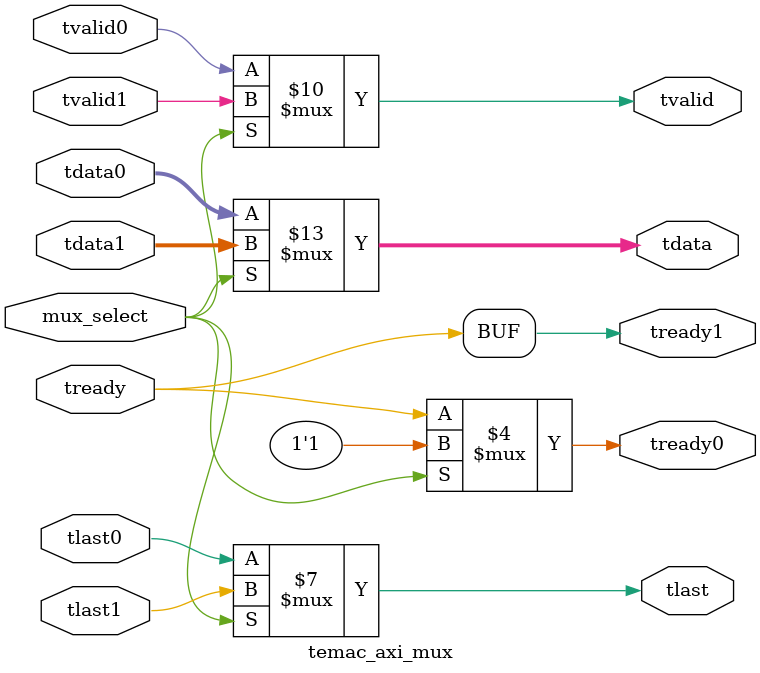
<source format=v>

`timescale 1 ps/1 ps

module temac_axi_mux (
   input                   mux_select,

   // mux inputs
   input       [7:0]       tdata0,
   input                   tvalid0,
   input                   tlast0,
   output reg              tready0,
   
   input       [7:0]       tdata1,
   input                   tvalid1,
   input                   tlast1,
   output reg              tready1,
   
   // mux outputs
   output reg  [7:0]       tdata,
   output reg              tvalid,
   output reg              tlast,
   input                   tready
);

always @(mux_select or tdata0 or tvalid0 or tlast0 or tdata1 or 
         tvalid1 or tlast1)
begin
   if (mux_select) begin
      tdata    = tdata1;
      tvalid   = tvalid1;
      tlast    = tlast1;
   end
   else begin
      tdata    = tdata0;
      tvalid   = tvalid0;
      tlast    = tlast0;
   end
end

always @(mux_select or tready)
begin
   if (mux_select) begin
      tready0     = 1'b1;
   end
   else begin
      tready0     = tready;
   end
   tready1     = tready;
end

endmodule

</source>
